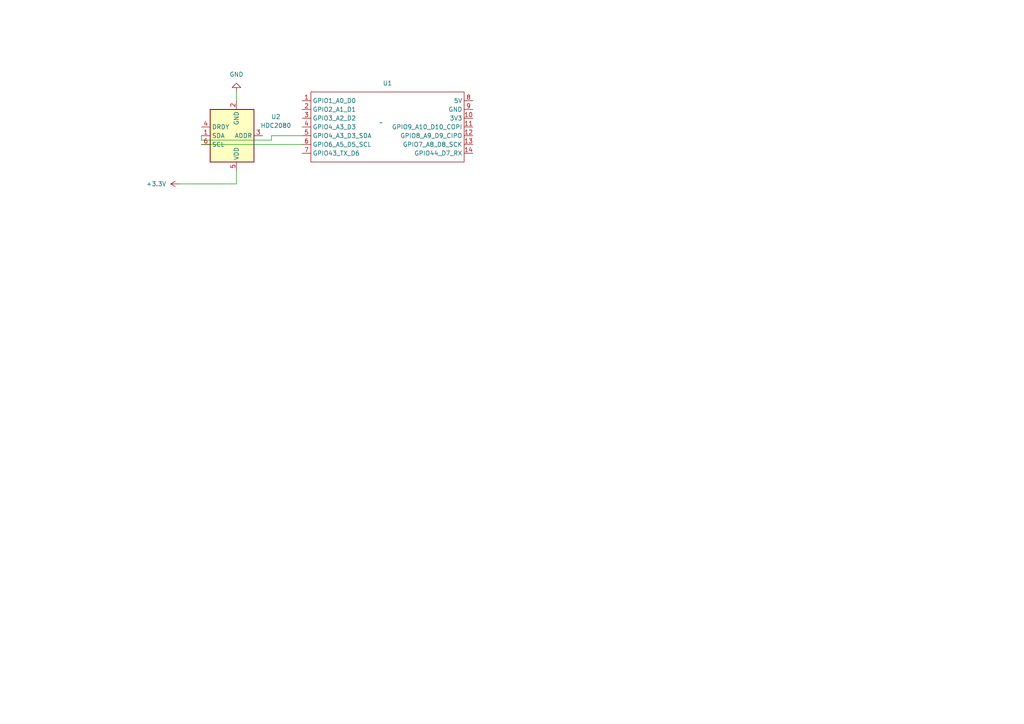
<source format=kicad_sch>
(kicad_sch (version 20230121) (generator eeschema)

  (uuid 2b25fed5-7e30-4859-9ff3-b256733c9316)

  (paper "A4")

  (lib_symbols
    (symbol "Sensor_Humidity:HDC2080" (in_bom yes) (on_board yes)
      (property "Reference" "U" (at -6.35 8.89 0)
        (effects (font (size 1.27 1.27)))
      )
      (property "Value" "HDC2080" (at 2.54 8.89 0)
        (effects (font (size 1.27 1.27)))
      )
      (property "Footprint" "Package_SON:Texas_PWSON-N6" (at 0 -11.43 0)
        (effects (font (size 1.27 1.27)) hide)
      )
      (property "Datasheet" "http://www.ti.com/lit/ds/symlink/hdc2080.pdf" (at -7.62 7.62 0)
        (effects (font (size 1.27 1.27)) hide)
      )
      (property "ki_keywords" "Temperature Humidity Sensor" (at 0 0 0)
        (effects (font (size 1.27 1.27)) hide)
      )
      (property "ki_description" "Low Power Humidity and Temperature Sensor" (at 0 0 0)
        (effects (font (size 1.27 1.27)) hide)
      )
      (property "ki_fp_filters" "Package*SON:Texas*PWSON*N6*" (at 0 0 0)
        (effects (font (size 1.27 1.27)) hide)
      )
      (symbol "HDC2080_0_1"
        (rectangle (start -7.62 7.62) (end 5.08 -7.62)
          (stroke (width 0.254) (type default))
          (fill (type background))
        )
      )
      (symbol "HDC2080_1_1"
        (pin bidirectional line (at 7.62 0 180) (length 2.54)
          (name "SDA" (effects (font (size 1.27 1.27))))
          (number "1" (effects (font (size 1.27 1.27))))
        )
        (pin power_in line (at -2.54 -10.16 90) (length 2.54)
          (name "GND" (effects (font (size 1.27 1.27))))
          (number "2" (effects (font (size 1.27 1.27))))
        )
        (pin input line (at -10.16 0 0) (length 2.54)
          (name "ADDR" (effects (font (size 1.27 1.27))))
          (number "3" (effects (font (size 1.27 1.27))))
        )
        (pin output line (at 7.62 -2.54 180) (length 2.54)
          (name "DRDY" (effects (font (size 1.27 1.27))))
          (number "4" (effects (font (size 1.27 1.27))))
        )
        (pin power_in line (at -2.54 10.16 270) (length 2.54)
          (name "VDD" (effects (font (size 1.27 1.27))))
          (number "5" (effects (font (size 1.27 1.27))))
        )
        (pin input line (at 7.62 2.54 180) (length 2.54)
          (name "SCL" (effects (font (size 1.27 1.27))))
          (number "6" (effects (font (size 1.27 1.27))))
        )
        (pin no_connect line (at -7.62 -2.54 0) (length 2.54) hide
          (name "EP" (effects (font (size 1.27 1.27))))
          (number "7" (effects (font (size 1.27 1.27))))
        )
      )
    )
    (symbol "power:+3.3V" (power) (pin_names (offset 0)) (in_bom yes) (on_board yes)
      (property "Reference" "#PWR" (at 0 -3.81 0)
        (effects (font (size 1.27 1.27)) hide)
      )
      (property "Value" "+3.3V" (at 0 3.556 0)
        (effects (font (size 1.27 1.27)))
      )
      (property "Footprint" "" (at 0 0 0)
        (effects (font (size 1.27 1.27)) hide)
      )
      (property "Datasheet" "" (at 0 0 0)
        (effects (font (size 1.27 1.27)) hide)
      )
      (property "ki_keywords" "global power" (at 0 0 0)
        (effects (font (size 1.27 1.27)) hide)
      )
      (property "ki_description" "Power symbol creates a global label with name \"+3.3V\"" (at 0 0 0)
        (effects (font (size 1.27 1.27)) hide)
      )
      (symbol "+3.3V_0_1"
        (polyline
          (pts
            (xy -0.762 1.27)
            (xy 0 2.54)
          )
          (stroke (width 0) (type default))
          (fill (type none))
        )
        (polyline
          (pts
            (xy 0 0)
            (xy 0 2.54)
          )
          (stroke (width 0) (type default))
          (fill (type none))
        )
        (polyline
          (pts
            (xy 0 2.54)
            (xy 0.762 1.27)
          )
          (stroke (width 0) (type default))
          (fill (type none))
        )
      )
      (symbol "+3.3V_1_1"
        (pin power_in line (at 0 0 90) (length 0) hide
          (name "+3.3V" (effects (font (size 1.27 1.27))))
          (number "1" (effects (font (size 1.27 1.27))))
        )
      )
    )
    (symbol "power:GND" (power) (pin_names (offset 0)) (in_bom yes) (on_board yes)
      (property "Reference" "#PWR" (at 0 -6.35 0)
        (effects (font (size 1.27 1.27)) hide)
      )
      (property "Value" "GND" (at 0 -3.81 0)
        (effects (font (size 1.27 1.27)))
      )
      (property "Footprint" "" (at 0 0 0)
        (effects (font (size 1.27 1.27)) hide)
      )
      (property "Datasheet" "" (at 0 0 0)
        (effects (font (size 1.27 1.27)) hide)
      )
      (property "ki_keywords" "global power" (at 0 0 0)
        (effects (font (size 1.27 1.27)) hide)
      )
      (property "ki_description" "Power symbol creates a global label with name \"GND\" , ground" (at 0 0 0)
        (effects (font (size 1.27 1.27)) hide)
      )
      (symbol "GND_0_1"
        (polyline
          (pts
            (xy 0 0)
            (xy 0 -1.27)
            (xy 1.27 -1.27)
            (xy 0 -2.54)
            (xy -1.27 -1.27)
            (xy 0 -1.27)
          )
          (stroke (width 0) (type default))
          (fill (type none))
        )
      )
      (symbol "GND_1_1"
        (pin power_in line (at 0 0 270) (length 0) hide
          (name "GND" (effects (font (size 1.27 1.27))))
          (number "1" (effects (font (size 1.27 1.27))))
        )
      )
    )
    (symbol "xiaodemo:XIAO_ESP32_SENSE" (in_bom yes) (on_board yes)
      (property "Reference" "U" (at 0 0 0)
        (effects (font (size 1.27 1.27)))
      )
      (property "Value" "" (at 0 0 0)
        (effects (font (size 1.27 1.27)))
      )
      (property "Footprint" "" (at 0 0 0)
        (effects (font (size 1.27 1.27)) hide)
      )
      (property "Datasheet" "" (at 0 0 0)
        (effects (font (size 1.27 1.27)) hide)
      )
      (symbol "XIAO_ESP32_SENSE_0_1"
        (polyline
          (pts
            (xy -20.32 8.89)
            (xy -20.32 -11.43)
            (xy 24.13 -11.43)
            (xy 24.13 8.89)
            (xy -20.32 8.89)
          )
          (stroke (width 0) (type default))
          (fill (type none))
        )
      )
      (symbol "XIAO_ESP32_SENSE_1_1"
        (pin bidirectional line (at -22.86 6.35 0) (length 2.54)
          (name "GPIO1_A0_D0" (effects (font (size 1.27 1.27))))
          (number "1" (effects (font (size 1.27 1.27))))
        )
        (pin bidirectional line (at 26.67 1.27 180) (length 2.54)
          (name "3V3" (effects (font (size 1.27 1.27))))
          (number "10" (effects (font (size 1.27 1.27))))
        )
        (pin bidirectional line (at 26.67 -1.27 180) (length 2.54)
          (name "GPIO9_A10_D10_COPI" (effects (font (size 1.27 1.27))))
          (number "11" (effects (font (size 1.27 1.27))))
        )
        (pin bidirectional line (at 26.67 -3.81 180) (length 2.54)
          (name "GPIO8_A9_D9_CIPO" (effects (font (size 1.27 1.27))))
          (number "12" (effects (font (size 1.27 1.27))))
        )
        (pin bidirectional line (at 26.67 -6.35 180) (length 2.54)
          (name "GPIO7_A8_D8_SCK" (effects (font (size 1.27 1.27))))
          (number "13" (effects (font (size 1.27 1.27))))
        )
        (pin bidirectional line (at 26.67 -8.89 180) (length 2.54)
          (name "GPIO44_D7_RX" (effects (font (size 1.27 1.27))))
          (number "14" (effects (font (size 1.27 1.27))))
        )
        (pin bidirectional line (at -22.86 3.81 0) (length 2.54)
          (name "GPIO2_A1_D1" (effects (font (size 1.27 1.27))))
          (number "2" (effects (font (size 1.27 1.27))))
        )
        (pin bidirectional line (at -22.86 1.27 0) (length 2.54)
          (name "GPIO3_A2_D2" (effects (font (size 1.27 1.27))))
          (number "3" (effects (font (size 1.27 1.27))))
        )
        (pin bidirectional line (at -22.86 -1.27 0) (length 2.54)
          (name "GPIO4_A3_D3" (effects (font (size 1.27 1.27))))
          (number "4" (effects (font (size 1.27 1.27))))
        )
        (pin bidirectional line (at -22.86 -3.81 0) (length 2.54)
          (name "GPIO4_A3_D3_SDA" (effects (font (size 1.27 1.27))))
          (number "5" (effects (font (size 1.27 1.27))))
        )
        (pin bidirectional line (at -22.86 -6.35 0) (length 2.54)
          (name "GPIO6_A5_D5_SCL" (effects (font (size 1.27 1.27))))
          (number "6" (effects (font (size 1.27 1.27))))
        )
        (pin bidirectional line (at -22.86 -8.89 0) (length 2.54)
          (name "GPIO43_TX_D6" (effects (font (size 1.27 1.27))))
          (number "7" (effects (font (size 1.27 1.27))))
        )
        (pin bidirectional line (at 26.67 6.35 180) (length 2.54)
          (name "5V" (effects (font (size 1.27 1.27))))
          (number "8" (effects (font (size 1.27 1.27))))
        )
        (pin bidirectional line (at 26.67 3.81 180) (length 2.54)
          (name "GND" (effects (font (size 1.27 1.27))))
          (number "9" (effects (font (size 1.27 1.27))))
        )
      )
    )
  )


  (wire (pts (xy 58.42 40.64) (xy 58.42 39.37))
    (stroke (width 0) (type default))
    (uuid 464fb0b4-7f63-48e4-a5b8-e39f9c9641a2)
  )
  (wire (pts (xy 52.07 53.34) (xy 68.58 53.34))
    (stroke (width 0) (type default))
    (uuid 9bf989aa-e2a4-4cb5-8a95-a6f9fe78d149)
  )
  (wire (pts (xy 68.58 26.67) (xy 68.58 29.21))
    (stroke (width 0) (type default))
    (uuid adfae733-645e-4c8b-a388-3e4bdaaa11fe)
  )
  (wire (pts (xy 68.58 49.53) (xy 68.58 53.34))
    (stroke (width 0) (type default))
    (uuid b8693743-3a23-4728-8ec2-71592e8bf8e4)
  )
  (wire (pts (xy 78.74 39.37) (xy 78.74 40.64))
    (stroke (width 0) (type default))
    (uuid b8eff212-bb2c-4382-83af-7884c62c647b)
  )
  (wire (pts (xy 78.74 40.64) (xy 58.42 40.64))
    (stroke (width 0) (type default))
    (uuid beb7a3ef-eef4-4a58-9c78-76776a38b174)
  )
  (wire (pts (xy 87.63 39.37) (xy 78.74 39.37))
    (stroke (width 0) (type default))
    (uuid c44094aa-5e1a-4a8f-b148-5b5b379f3b67)
  )
  (wire (pts (xy 58.42 41.91) (xy 87.63 41.91))
    (stroke (width 0) (type default))
    (uuid fa588e6b-8039-4851-b0a4-301f88a7a492)
  )

  (symbol (lib_id "power:GND") (at 68.58 26.67 180) (unit 1)
    (in_bom yes) (on_board yes) (dnp no) (fields_autoplaced)
    (uuid 314a4530-e2b3-46e4-8c3e-5b5f649f6edd)
    (property "Reference" "#PWR02" (at 68.58 20.32 0)
      (effects (font (size 1.27 1.27)) hide)
    )
    (property "Value" "GND" (at 68.58 21.59 0)
      (effects (font (size 1.27 1.27)))
    )
    (property "Footprint" "" (at 68.58 26.67 0)
      (effects (font (size 1.27 1.27)) hide)
    )
    (property "Datasheet" "" (at 68.58 26.67 0)
      (effects (font (size 1.27 1.27)) hide)
    )
    (pin "1" (uuid 5d69ac4e-eea5-494e-b86f-0e4afe3e6916))
    (instances
      (project "test"
        (path "/2b25fed5-7e30-4859-9ff3-b256733c9316"
          (reference "#PWR02") (unit 1)
        )
      )
    )
  )

  (symbol (lib_id "Sensor_Humidity:HDC2080") (at 66.04 39.37 180) (unit 1)
    (in_bom yes) (on_board yes) (dnp no) (fields_autoplaced)
    (uuid c10dcbba-b8ac-4963-b84a-cbda9d148e1b)
    (property "Reference" "U2" (at 80.01 33.8739 0)
      (effects (font (size 1.27 1.27)))
    )
    (property "Value" "HDC2080" (at 80.01 36.4139 0)
      (effects (font (size 1.27 1.27)))
    )
    (property "Footprint" "Package_SON:Texas_PWSON-N6" (at 66.04 27.94 0)
      (effects (font (size 1.27 1.27)) hide)
    )
    (property "Datasheet" "http://www.ti.com/lit/ds/symlink/hdc2080.pdf" (at 73.66 46.99 0)
      (effects (font (size 1.27 1.27)) hide)
    )
    (pin "7" (uuid 50e70e27-1d1f-4187-b0de-ad40ac3ef00b))
    (pin "3" (uuid 805652c2-1c38-4ca7-93de-f5ec60ab1652))
    (pin "6" (uuid 84c15d0c-31cf-4ee2-8f23-2a414f892ee3))
    (pin "4" (uuid f24c3fbb-c116-43c5-926a-17de0112e45a))
    (pin "2" (uuid 7626b2fb-6a90-4e4e-bbc3-b3b28119b014))
    (pin "5" (uuid 7b18fd3f-1388-460f-9b4d-58190a081268))
    (pin "1" (uuid 6c48f7a9-5a9d-4be4-b842-272918886e76))
    (instances
      (project "test"
        (path "/2b25fed5-7e30-4859-9ff3-b256733c9316"
          (reference "U2") (unit 1)
        )
      )
    )
  )

  (symbol (lib_id "power:+3.3V") (at 52.07 53.34 90) (unit 1)
    (in_bom yes) (on_board yes) (dnp no) (fields_autoplaced)
    (uuid e2c3d8a8-d58a-4af3-943b-4e2e1cba7dfa)
    (property "Reference" "#PWR01" (at 55.88 53.34 0)
      (effects (font (size 1.27 1.27)) hide)
    )
    (property "Value" "+3.3V" (at 48.26 53.34 90)
      (effects (font (size 1.27 1.27)) (justify left))
    )
    (property "Footprint" "" (at 52.07 53.34 0)
      (effects (font (size 1.27 1.27)) hide)
    )
    (property "Datasheet" "" (at 52.07 53.34 0)
      (effects (font (size 1.27 1.27)) hide)
    )
    (pin "1" (uuid 3fe272cb-5030-41c7-ad7c-b401ddf41b16))
    (instances
      (project "test"
        (path "/2b25fed5-7e30-4859-9ff3-b256733c9316"
          (reference "#PWR01") (unit 1)
        )
      )
    )
  )

  (symbol (lib_id "xiaodemo:XIAO_ESP32_SENSE") (at 110.49 35.56 0) (unit 1)
    (in_bom yes) (on_board yes) (dnp no) (fields_autoplaced)
    (uuid e643f7a9-d6b7-408d-b74c-2fef10814919)
    (property "Reference" "U1" (at 112.395 24.13 0)
      (effects (font (size 1.27 1.27)))
    )
    (property "Value" "~" (at 110.49 35.56 0)
      (effects (font (size 1.27 1.27)))
    )
    (property "Footprint" "123:XIAO_ESP32_SENSE" (at 110.49 35.56 0)
      (effects (font (size 1.27 1.27)) hide)
    )
    (property "Datasheet" "" (at 110.49 35.56 0)
      (effects (font (size 1.27 1.27)) hide)
    )
    (pin "3" (uuid 22bcc0f0-6c49-4192-b4aa-b6434817d3be))
    (pin "12" (uuid b954d28a-8ccf-453b-a0e6-35b71a5aa1ee))
    (pin "9" (uuid 8a1ef192-6b51-4044-baa3-b2abdab17266))
    (pin "14" (uuid ee3dd622-f83f-4cc2-bc92-8bc25ae2ea3d))
    (pin "13" (uuid eff53f56-274f-4147-92d4-4f92d7e0d4d4))
    (pin "2" (uuid bcc7b72e-fdab-4b2e-9895-4c9fa1642410))
    (pin "11" (uuid 18397d5f-3920-4414-bec8-65009717dba2))
    (pin "8" (uuid 86ca6534-cee6-4367-9966-75e5f3bb332c))
    (pin "6" (uuid 1b50280c-32e5-4556-b712-59118c3cb055))
    (pin "1" (uuid 9e3197fb-8e59-4147-9361-f35734735be7))
    (pin "7" (uuid 3a6cc7c3-2e3d-4913-aaca-086e2b2a8fc6))
    (pin "5" (uuid d289051f-9501-41cb-9c67-27fcec08f1af))
    (pin "4" (uuid a5ba57bd-11e8-4770-8fa3-79ca704899de))
    (pin "10" (uuid 9a859c01-1966-4089-b584-14ac1a36fc09))
    (instances
      (project "test"
        (path "/2b25fed5-7e30-4859-9ff3-b256733c9316"
          (reference "U1") (unit 1)
        )
      )
    )
  )

  (sheet_instances
    (path "/" (page "1"))
  )
)

</source>
